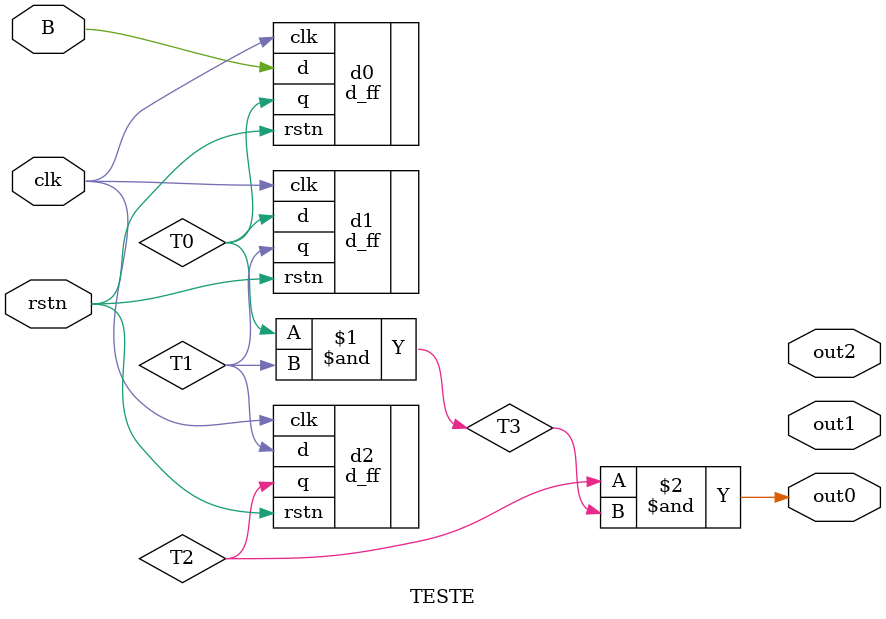
<source format=v>
module TESTE(B, clk, rstn, out0, out1, out2);
	input clk, rstn, B; 
	output out0, out1, out2;
	
	wire 	T0, T1, T2, T3, T4, T5, T6, T7, T8, T9, T10, T11, T12, T13, T14, T15,
		T0_not, T1_not, T2_not, T3_not, T4_not, T5_not, T6_not, T7_not, T8_not, T9_not, T10_not, T11_not, T12_not, T13_not, T14_not, T15_not;

	d_ff d0 ( .d(B), // SAIDA 25MHZ
		.rstn(rstn),
		.clk(clk),
		.q(T0)
	);
	
	not (T0_not, T0);
	
	d_ff d1 ( .d(T0), //SAIDA 12,5MHZ
		.rstn(rstn),
		.clk(clk),
		.q(T1)
	);
	
	not (T1_not, T1);
	
	d_ff d2 ( .d(T1), //SAIDA 6,25MHZ
		.rstn(rstn),
		.clk(clk),
		.q(T2)
	);
	
	not (T2_not, T2);
	
	and (T3, T0 ,T1);
	and (out0, T2, T3);

endmodule

</source>
